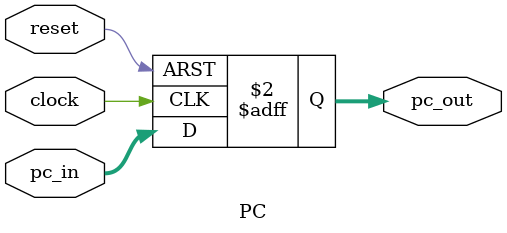
<source format=sv>
module PC(
    input var logic [31:0] pc_in,
    input logic reset,
    input logic clock,
    output var logic [31:0] pc_out
);
    
    always_ff @(posedge clock or posedge reset) begin
        if (reset)
            pc_out <= 32'h00000000;
        else
            pc_out <= pc_in;
    end
    
endmodule

</source>
